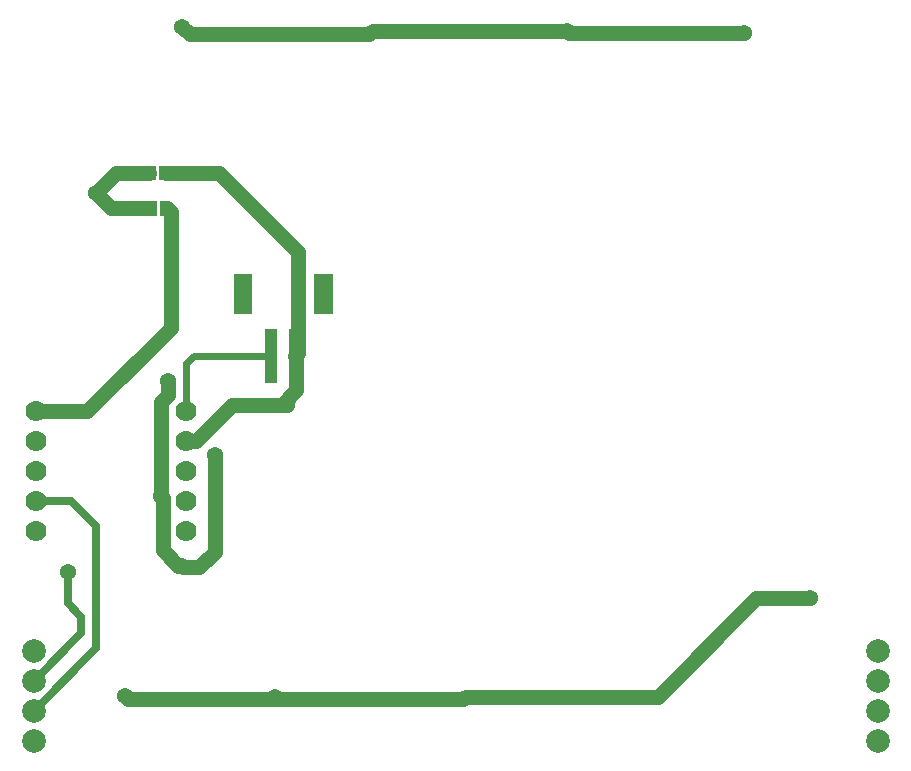
<source format=gbl>
G04 DipTrace 2.4.0.2*
%IN64xAPA102Crigid.gbl*%
%MOMM*%
%ADD13C,1.27*%
%ADD15C,1.0*%
%ADD17C,0.711*%
%ADD18C,0.61*%
%ADD22C,1.778*%
%ADD24C,2.0*%
%ADD27C,1.372*%
%FSLAX53Y53*%
G04*
G71*
G90*
G75*
G01*
%LNBottom*%
%LPD*%
X76959Y26251D2*
D13*
X72418D1*
X64107Y17939D1*
X47893D1*
X47654Y17700D1*
X31860D1*
X19247D1*
X18956Y17991D1*
X31860Y17700D2*
X31653Y17907D1*
X24189Y39571D2*
X24995D1*
X28056Y42632D1*
X32251D1*
X33488Y43869D1*
Y46690D1*
D15*
X33385Y46793D1*
X22507Y62236D2*
D13*
X26973D1*
X33607Y55601D1*
Y47015D1*
X33385Y46793D1*
X21018Y62236D2*
X18219D1*
X16537Y60554D1*
X21046Y59263D2*
X17828D1*
X16537Y60554D1*
X32735Y42632D2*
X32251D1*
X14150Y28519D2*
D17*
Y25857D1*
X15291Y24716D1*
Y23311D1*
X11250Y19270D1*
X11489Y34491D2*
X14407D1*
X16528Y32371D1*
Y22008D1*
X11250Y16730D1*
X11488Y42110D2*
D13*
X15796D1*
X22859Y49173D1*
Y58938D1*
X22535Y59263D1*
X31385Y46793D2*
D18*
X24807D1*
X24189Y46175D1*
Y42110D1*
X71445Y74161D2*
D13*
X56571D1*
X56409Y74323D1*
X40012D1*
X39690Y74001D1*
X24530D1*
X23863Y74667D1*
X23806Y29006D2*
X23524D1*
X22193Y30336D1*
Y34771D1*
X22032Y34932D1*
X22627Y44686D2*
Y43458D1*
X22077Y42909D1*
Y34978D1*
X22032Y34932D1*
X26573Y38349D2*
Y30178D1*
X25263Y28868D1*
X23943D1*
X23806Y29006D1*
D27*
X18956Y17991D3*
X47654Y17700D3*
X76959Y26251D3*
X64107Y17939D3*
X23863Y74667D3*
X39690Y74001D3*
X56409Y74323D3*
X71445Y74161D3*
X31653Y17907D3*
X23806Y29006D3*
X22032Y34932D3*
X22627Y44686D3*
X26573Y38349D3*
X16537Y60554D3*
X14150Y28519D3*
X32735Y42632D3*
G36*
X32885Y44493D2*
X33885D1*
Y49093D1*
X32885D1*
Y44493D1*
G37*
G36*
X30885D2*
X31885D1*
Y49093D1*
X30885D1*
Y44493D1*
G37*
G36*
X34985Y53693D2*
Y50293D1*
X36585D1*
Y53693D1*
X34985D1*
G37*
G36*
X28185D2*
Y50293D1*
X29785D1*
Y53693D1*
X28185D1*
G37*
G36*
X20896Y61636D2*
X21636D1*
Y62836D1*
X20896D1*
X20736Y62776D1*
X20536Y62636D1*
X20436Y62436D1*
X20401Y62236D1*
X20436Y62036D1*
X20536Y61836D1*
X20736Y61696D1*
X20896Y61636D1*
G37*
G36*
X22629Y62836D2*
X21889D1*
Y61636D1*
X22629D1*
X22789Y61696D1*
X22989Y61836D1*
X23089Y62036D1*
X23125Y62236D1*
X23089Y62436D1*
X22989Y62636D1*
X22789Y62776D1*
X22629Y62836D1*
G37*
D22*
X24189Y31951D3*
Y34491D3*
Y37031D3*
Y39571D3*
X11489Y31951D3*
Y34491D3*
Y37031D3*
Y39571D3*
D24*
X11250Y16730D3*
Y19270D3*
Y14190D3*
Y21810D3*
D22*
X11488Y42110D3*
X24189D3*
D24*
X82750Y16730D3*
Y19270D3*
Y14190D3*
Y21810D3*
G36*
X22657Y59863D2*
X21917D1*
Y58663D1*
X22657D1*
X22817Y58723D1*
X23017Y58863D1*
X23117Y59063D1*
X23153Y59263D1*
X23117Y59463D1*
X23017Y59663D1*
X22817Y59803D1*
X22657Y59863D1*
G37*
G36*
X20924Y58663D2*
X21664D1*
Y59863D1*
X20924D1*
X20764Y59803D1*
X20564Y59663D1*
X20464Y59463D1*
X20429Y59263D1*
X20464Y59063D1*
X20564Y58863D1*
X20764Y58723D1*
X20924Y58663D1*
G37*
M02*

</source>
